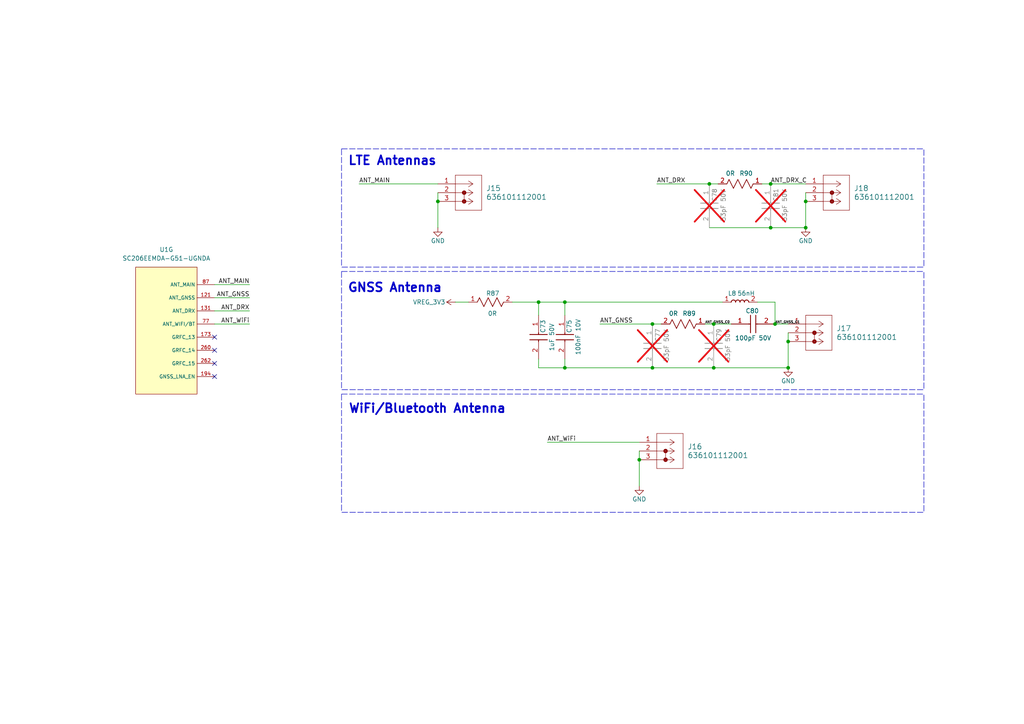
<source format=kicad_sch>
(kicad_sch (version 20250114) (generator "eeschema") (generator_version "9.0")
  (paper "A4")
  (title_block (title "Antennas") (date "2025-10-10") (rev "v1.0") (company "Author: Mehmet Cihangir") (comment 1 "CamTracker"))
  (lib_symbols
    (symbol "000MCLib:636101112001" (pin_names (offset 0.254) (hide yes))
      (property "Reference" "J" (at -3.302 6.35 0))
      (property "Value" "636101112001" (at 0.508 -6.096 0))
      (symbol "636101112001_1_1"
        (polyline (pts (xy -3.81 5.08) (xy -3.81 -5.08)) (stroke (width 0.127)))
        (polyline (pts (xy -3.81 -5.08) (xy 3.81 -5.08)) (stroke (width 0.127)))
        (circle (center -1.27 0) (radius 0.127) (stroke (width 0.508)))
        (polyline (pts (xy -1.27 0) (xy -1.27 -2.54)) (stroke (width 0.127)))
        (circle (center -1.27 -2.54) (radius 0.127) (stroke (width 0.508)))
        (polyline (pts (xy 1.27 2.54) (xy -3.81 2.54)) (stroke (width 0.127)))
        (polyline (pts (xy 1.27 2.54) (xy 0 3.3867)) (stroke (width 0.127)))
        (polyline (pts (xy 1.27 2.54) (xy 0 1.6933)) (stroke (width 0.127)))
        (polyline (pts (xy 1.27 0) (xy -3.81 0)) (stroke (width 0.127)))
        (polyline (pts (xy 1.27 0) (xy 0 0.8467)) (stroke (width 0.127)))
        (polyline (pts (xy 1.27 0) (xy 0 -0.8467)) (stroke (width 0.127)))
        (polyline (pts (xy 1.27 -2.54) (xy -3.81 -2.54)) (stroke (width 0.127)))
        (polyline (pts (xy 1.27 -2.54) (xy 0 -1.6933)) (stroke (width 0.127)))
        (polyline (pts (xy 1.27 -2.54) (xy 0 -3.3867)) (stroke (width 0.127)))
        (polyline (pts (xy 3.81 5.08) (xy -3.81 5.08)) (stroke (width 0.127)))
        (polyline (pts (xy 3.81 -5.08) (xy 3.81 5.08)) (stroke (width 0.127)))
        (pin passive line (at -8.89 2.54 0) (length 5.08) (name "SIGNAL") (number "1"))
        (pin passive line (at -8.89 0 0) (length 5.08) (name "GND") (number "2"))
        (pin passive line (at -8.89 -2.54 0) (length 5.08) (name "GND") (number "3"))
      )
      (symbol "636101112001_1_2"
        (polyline (pts (xy 5.08 2.54) (xy 5.08 -7.62)) (stroke (width 0.127)))
        (polyline (pts (xy 5.08 -7.62) (xy 12.7 -7.62)) (stroke (width 0.127)))
        (polyline (pts (xy 6.35 -2.54) (xy 6.35 -5.08)) (stroke (width 0.127)))
        (circle (center 6.35 -2.54) (radius 0.127) (stroke (width 0.508)))
        (circle (center 6.35 -5.08) (radius 0.127) (stroke (width 0.508)))
        (polyline (pts (xy 7.62 0) (xy 5.08 0)) (stroke (width 0.127)))
        (polyline (pts (xy 7.62 0) (xy 8.89 0.8467)) (stroke (width 0.127)))
        (polyline (pts (xy 7.62 0) (xy 8.89 -0.8467)) (stroke (width 0.127)))
        (polyline (pts (xy 7.62 -2.54) (xy 5.08 -2.54)) (stroke (width 0.127)))
        (polyline (pts (xy 7.62 -2.54) (xy 8.89 -1.6933)) (stroke (width 0.127)))
        (polyline (pts (xy 7.62 -2.54) (xy 8.89 -3.3867)) (stroke (width 0.127)))
        (polyline (pts (xy 7.62 -5.08) (xy 5.08 -5.08)) (stroke (width 0.127)))
        (polyline (pts (xy 7.62 -5.08) (xy 8.89 -4.2333)) (stroke (width 0.127)))
        (polyline (pts (xy 7.62 -5.08) (xy 8.89 -5.9267)) (stroke (width 0.127)))
        (polyline (pts (xy 12.7 2.54) (xy 5.08 2.54)) (stroke (width 0.127)))
        (polyline (pts (xy 12.7 -7.62) (xy 12.7 2.54)) (stroke (width 0.127)))
        (pin unspecified line (at 0 0 0) (length 5.08) (name "SIGNAL") (number "1"))
        (pin unspecified line (at 0 -2.54 0) (length 5.08) (name "GND") (number "2"))
        (pin unspecified line (at 0 -5.08 0) (length 5.08) (name "GND") (number "3"))
      )
    )
    (symbol "000MCLib:744784156A" (pin_names (hide yes))
      (property "Reference" "L" (at -5.588 5.842 0))
      (property "Value" "56nH" (at -5.588 3.302 0))
      (symbol "744784156A_1_1"
        (arc (start -2.54 0) (mid -1.905 0.6103) (end -1.27 0) (stroke (width 0.254)))
        (arc (start -1.27 0) (mid -0.635 0.6103) (end 0 0) (stroke (width 0.254)))
        (arc (start 0 0) (mid 0.635 0.6103) (end 1.27 0) (stroke (width 0.254)))
        (arc (start 1.27 0) (mid 1.905 0.6103) (end 2.54 0) (stroke (width 0.254)))
        (pin passive line (at -5.08 0 0) (length 2.54) (name "1") (number "1"))
        (pin passive line (at 5.08 0 180) (length 2.54) (name "2") (number "2"))
      )
    )
    (symbol "000MCLib:CRCW08050000Z0EA" (pin_names (hide yes))
      (property "Reference" "R130" (at -1.778 -3.302 0))
      (property "Value" "0R" (at 2.794 -3.302 0))
      (symbol "CRCW08050000Z0EA_1_1"
        (polyline (pts (xy -3.81 0) (xy -3.175 1.27)) (stroke (width 0.2032)))
        (polyline (pts (xy -3.175 1.27) (xy -1.905 -1.27)) (stroke (width 0.2032)))
        (polyline (pts (xy -1.905 -1.27) (xy -0.635 1.27)) (stroke (width 0.2032)))
        (polyline (pts (xy -0.635 1.27) (xy 0.635 -1.27)) (stroke (width 0.2032)))
        (polyline (pts (xy 0.635 -1.27) (xy 1.905 1.27)) (stroke (width 0.2032)))
        (polyline (pts (xy 1.905 1.27) (xy 3.175 -1.27)) (stroke (width 0.2032)))
        (polyline (pts (xy 3.175 -1.27) (xy 3.81 0)) (stroke (width 0.2032)))
        (pin passive line (at -6.35 0 0) (length 2.54) (name "") (number "2"))
        (pin passive line (at 6.35 0 180) (length 2.54) (name "") (number "1"))
      )
    )
    (symbol "000MCLib:GRM1555C1H101JA01J" (pin_names (hide yes))
      (property "Reference" "C" (at -0.508 4.826 0))
      (property "Value" "100pF 50V" (at -4.318 -3.048 0))
      (symbol "GRM1555C1H101JA01J_1_1"
        (polyline (pts (xy -1.27 0) (xy -0.762 0)) (stroke (width 0.254)))
        (polyline (pts (xy -0.762 2.54) (xy -0.762 -2.54)) (stroke (width 0.254)))
        (polyline (pts (xy 0.762 2.54) (xy 0.762 -2.54)) (stroke (width 0.254)))
        (polyline (pts (xy 0.762 0) (xy 1.27 0)) (stroke (width 0.254)))
        (pin passive line (at -6.35 0 0) (length 5.08) (name "1") (number "1"))
        (pin passive line (at 6.35 0 180) (length 5.08) (name "2") (number "2"))
      )
    )
    (symbol "000MCLib:GRM1555C1H330JA01D" (pin_names (hide yes))
      (property "Reference" "C" (at -0.508 4.826 0))
      (property "Value" "33pF 50V" (at -4.318 -3.048 0))
      (symbol "GRM1555C1H330JA01D_1_1"
        (polyline (pts (xy -1.27 0) (xy -0.762 0)) (stroke (width 0.254)))
        (polyline (pts (xy -0.762 2.54) (xy -0.762 -2.54)) (stroke (width 0.254)))
        (polyline (pts (xy 0.762 2.54) (xy 0.762 -2.54)) (stroke (width 0.254)))
        (polyline (pts (xy 0.762 0) (xy 1.27 0)) (stroke (width 0.254)))
        (pin passive line (at -6.35 0 0) (length 5.08) (name "1") (number "1"))
        (pin passive line (at 6.35 0 180) (length 5.08) (name "2") (number "2"))
      )
    )
    (symbol "000MCLib:GRM155R61H105KE05D" (pin_names (hide yes))
      (property "Reference" "C" (at -0.762 4.572 0))
      (property "Value" "1uF 50V" (at -4.064 -2.794 0))
      (symbol "GRM155R61H105KE05D_1_1"
        (polyline (pts (xy -1.27 0) (xy -0.762 0)) (stroke (width 0.254)))
        (polyline (pts (xy -0.762 2.54) (xy -0.762 -2.54)) (stroke (width 0.254)))
        (polyline (pts (xy 0.762 2.54) (xy 0.762 -2.54)) (stroke (width 0.254)))
        (polyline (pts (xy 0.762 0) (xy 1.27 0)) (stroke (width 0.254)))
        (pin passive line (at -6.35 0 0) (length 5.08) (name "1") (number "1"))
        (pin passive line (at 6.35 0 180) (length 5.08) (name "2") (number "2"))
      )
    )
    (symbol "000MCLib:GRM155R71A104KA01D" (pin_names (hide yes))
      (property "Reference" "C" (at -1.016 4.318 0))
      (property "Value" "100nF 10V" (at -4.826 -3.048 0))
      (symbol "GRM155R71A104KA01D_1_1"
        (polyline (pts (xy -1.27 0) (xy -0.762 0)) (stroke (width 0.254)))
        (polyline (pts (xy -0.762 2.54) (xy -0.762 -2.54)) (stroke (width 0.254)))
        (polyline (pts (xy 0.762 2.54) (xy 0.762 -2.54)) (stroke (width 0.254)))
        (polyline (pts (xy 0.762 0) (xy 1.27 0)) (stroke (width 0.254)))
        (pin passive line (at -6.35 0 0) (length 5.08) (name "1") (number "1"))
        (pin passive line (at 6.35 0 180) (length 5.08) (name "2") (number "2"))
      )
    )
    (symbol "000MCLib:RC0402JR-070RL" (pin_names (offset 0.254))
      (property "Reference" "R" (at 0 3.302 0))
      (property "Value" "0R" (at 0 -3.81 0))
      (symbol "RC0402JR-070RL_1_1"
        (polyline (pts (xy -3.81 0) (xy -3.175 1.27)) (stroke (width 0.2032)))
        (polyline (pts (xy -3.175 1.27) (xy -1.905 -1.27)) (stroke (width 0.2032)))
        (polyline (pts (xy -1.905 -1.27) (xy -0.635 1.27)) (stroke (width 0.2032)))
        (polyline (pts (xy -0.635 1.27) (xy 0.635 -1.27)) (stroke (width 0.2032)))
        (polyline (pts (xy 0.635 -1.27) (xy 1.905 1.27)) (stroke (width 0.2032)))
        (polyline (pts (xy 1.905 1.27) (xy 3.175 -1.27)) (stroke (width 0.2032)))
        (polyline (pts (xy 3.175 -1.27) (xy 3.81 0)) (stroke (width 0.2032)))
        (pin passive line (at -6.35 0 0) (length 2.54) (name "") (number "2"))
        (pin passive line (at 6.35 0 180) (length 2.54) (name "") (number "1"))
      )
      (symbol "RC0402JR-070RL_1_2"
        (polyline (pts (xy -1.27 8.255) (xy 1.27 9.525)) (stroke (width 0.2032)))
        (polyline (pts (xy -1.27 5.715) (xy 1.27 6.985)) (stroke (width 0.2032)))
        (polyline (pts (xy -1.27 3.175) (xy 1.27 4.445)) (stroke (width 0.2032)))
        (polyline (pts (xy 0 2.54) (xy -1.27 3.175)) (stroke (width 0.2032)))
        (polyline (pts (xy 1.27 9.525) (xy 0 10.16)) (stroke (width 0.2032)))
        (polyline (pts (xy 1.27 6.985) (xy -1.27 8.255)) (stroke (width 0.2032)))
        (polyline (pts (xy 1.27 4.445) (xy -1.27 5.715)) (stroke (width 0.2032)))
        (pin unspecified line (at 0 12.7 270) (length 2.54) (name "") (number "1"))
        (pin unspecified line (at 0 0 90) (length 2.54) (name "") (number "2"))
      )
    )
    (symbol "000MCLib:SC200E"
      (property "Reference" "U" (at -34.544 72.644 0))
      (property "Value" "SC200E/SC206E" (at 39.116 -77.089 0))
      (symbol "SC200E_1_0"
        (unit_name "Power")
        (pin passive line (at -40.64 64.77 0) (length 5.08) (name "GND") (number "3"))
        (pin passive line (at -40.64 62.23 0) (length 5.08) (name "GND") (number "7"))
        (pin passive line (at -40.64 59.69 0) (length 5.08) (name "GND") (number "12"))
        (pin passive line (at -40.64 57.15 0) (length 5.08) (name "GND") (number "15"))
        (pin passive line (at -40.64 54.61 0) (length 5.08) (name "GND") (number "27"))
        (pin passive line (at -40.64 52.07 0) (length 5.08) (name "GND") (number "51"))
        (pin passive line (at -40.64 49.53 0) (length 5.08) (name "GND") (number "62"))
        (pin passive line (at -40.64 46.99 0) (length 5.08) (name "GND") (number "69"))
        (pin passive line (at -40.64 44.45 0) (length 5.08) (name "GND") (number "76"))
        (pin passive line (at -40.64 41.91 0) (length 5.08) (name "GND") (number "78"))
        (pin passive line (at -40.64 39.37 0) (length 5.08) (name "GND") (number "85"))
        (pin passive line (at -40.64 36.83 0) (length 5.08) (name "GND") (number "86"))
        (pin passive line (at -40.64 34.29 0) (length 5.08) (name "GND") (number "88"))
        (pin passive line (at -40.64 31.75 0) (length 5.08) (name "GND") (number "89"))
        (pin passive line (at -40.64 29.21 0) (length 5.08) (name "GND") (number "120"))
        (pin passive line (at -40.64 26.67 0) (length 5.08) (name "GND") (number "122"))
        (pin passive line (at -40.64 24.13 0) (length 5.08) (name "GND") (number "130"))
        (pin passive line (at -40.64 21.59 0) (length 5.08) (name "GND") (number "132"))
        (pin passive line (at -40.64 19.05 0) (length 5.08) (name "GND") (number "135"))
        (pin passive line (at -40.64 16.51 0) (length 5.08) (name "GND") (number "140"))
        (pin passive line (at -40.64 13.97 0) (length 5.08) (name "GND") (number "143"))
        (pin passive line (at -40.64 11.43 0) (length 5.08) (name "GND") (number "144"))
        (pin passive line (at -40.64 8.89 0) (length 5.08) (name "GND") (number "162"))
        (pin passive line (at -40.64 6.35 0) (length 5.08) (name "GND") (number "171"))
        (pin passive line (at -40.64 3.81 0) (length 5.08) (name "GND") (number "172"))
        (pin passive line (at -40.64 1.27 0) (length 5.08) (name "GND") (number "176"))
        (pin passive line (at -40.64 -1.27 0) (length 5.08) (name "GND") (number "187"))
        (pin passive line (at -40.64 -3.81 0) (length 5.08) (name "GND") (number "188"))
        (pin passive line (at -40.64 -6.35 0) (length 5.08) (name "GND") (number "189"))
        (pin passive line (at -40.64 -8.89 0) (length 5.08) (name "GND") (number "190"))
        (pin passive line (at -40.64 -11.43 0) (length 5.08) (name "GND") (number "191"))
        (pin passive line (at -40.64 -13.97 0) (length 5.08) (name "GND") (number "202"))
        (pin passive line (at -40.64 -16.51 0) (length 5.08) (name "GND") (number "203"))
        (pin passive line (at -40.64 -19.05 0) (length 5.08) (name "GND") (number "204"))
        (pin passive line (at -40.64 -21.59 0) (length 5.08) (name "GND") (number "206"))
        (pin passive line (at -40.64 -24.13 0) (length 5.08) (name "GND") (number "207"))
        (pin passive line (at -40.64 -26.67 0) (length 5.08) (name "GND") (number "208"))
        (pin passive line (at -40.64 -29.21 0) (length 5.08) (name "GND") (number "209"))
        (pin passive line (at -40.64 -31.75 0) (length 5.08) (name "GND") (number "210"))
        (pin passive line (at -40.64 -34.29 0) (length 5.08) (name "GND") (number "211"))
        (pin passive line (at -40.64 -36.83 0) (length 5.08) (name "GND") (number "212"))
        (pin passive line (at -40.64 -39.37 0) (length 5.08) (name "GND") (number "213"))
        (pin passive line (at -40.64 -41.91 0) (length 5.08) (name "GND") (number "214"))
        (pin passive line (at -40.64 -44.45 0) (length 5.08) (name "GND") (number "215"))
        (pin passive line (at -40.64 -46.99 0) (length 5.08) (name "GND") (number "216"))
        (pin passive line (at -40.64 -49.53 0) (length 5.08) (name "GND") (number "217"))
        (pin passive line (at -40.64 -52.07 0) (length 5.08) (name "GND") (number "218"))
        (pin passive line (at -40.64 -54.61 0) (length 5.08) (name "GND") (number "219"))
        (pin passive line (at -40.64 -57.15 0) (length 5.08) (name "GND") (number "220"))
        (pin passive line (at -40.64 -59.69 0) (length 5.08) (name "GND") (number "221"))
        (pin passive line (at -40.64 -62.23 0) (length 5.08) (name "GND") (number "222"))
        (pin passive line (at -40.64 -64.77 0) (length 5.08) (name "GND") (number "223"))
        (pin passive line (at -40.64 -67.31 0) (length 5.08) (name "GND") (number "224"))
        (pin passive line (at -25.4 -76.2 90) (length 5.08) (name "RESERVED") (number "16"))
        (pin passive line (at -21.59 -76.2 90) (length 5.08) (name "RESERVED") (number "167"))
        (pin passive line (at -17.78 -76.2 90) (length 5.08) (name "RESERVED") (number "168"))
        (pin passive line (at -13.97 -76.2 90) (length 5.08) (name "RESERVED") (number "169"))
        (pin passive line (at -10.16 -76.2 90) (length 5.08) (name "RESERVED") (number "170"))
        (pin passive line (at -6.35 -76.2 90) (length 5.08) (name "RESERVED") (number "174"))
        (pin passive line (at -2.54 -76.2 90) (length 5.08) (name "RESERVED") (number "175"))
        (pin passive line (at 1.27 -76.2 90) (length 5.08) (name "RESERVED") (number "178"))
        (pin passive line (at 5.08 -76.2 90) (length 5.08) (name "RESERVED") (number "179"))
        (pin passive line (at 8.89 -76.2 90) (length 5.08) (name "RESERVED") (number "193"))
        (pin passive line (at 12.7 -76.2 90) (length 5.08) (name "RESERVED") (number "232"))
        (pin passive line (at 16.51 -76.2 90) (length 5.08) (name "RESERVED") (number "242"))
        (pin passive line (at 20.32 -76.2 90) (length 5.08) (name "RESERVED") (number "257"))
        (pin passive line (at 24.13 -76.2 90) (length 5.08) (name "RESERVED") (number "263"))
        (pin power_in line (at 39.37 64.77 180) (length 5.08) (name "VBAT") (number "1"))
        (pin power_in line (at 39.37 62.23 180) (length 5.08) (name "VBAT") (number "2"))
        (pin power_in line (at 39.37 59.69 180) (length 5.08) (name "VBAT") (number "145"))
        (pin power_in line (at 39.37 57.15 180) (length 5.08) (name "VBAT") (number "146"))
        (pin power_out line (at 39.37 52.07 180) (length 5.08) (name "LDO15A_1V8") (number "111"))
        (pin power_out line (at 39.37 49.53 180) (length 5.08) (name "LDO_IOVDD") (number "125"))
        (pin power_in line (at 39.37 46.99 180) (length 5.08) (name "VRTC") (number "126"))
        (pin power_out line (at 39.37 44.45 180) (length 5.08) (name "VDD_2V8") (number "129"))
        (pin power_out line (at 39.37 41.91 180) (length 5.08) (name "LDO17A_3V0") (number "156"))
        (pin power_out line (at 39.37 39.37 180) (length 5.08) (name "VPH_PWR") (number "184"))
        (pin passive line (at 39.37 34.29 180) (length 5.08) (name "BAT_P") (number "133"))
        (pin input line (at 39.37 31.75 180) (length 5.08) (name "BATH_THERM") (number "134"))
        (pin passive line (at 39.37 29.21 180) (length 5.08) (name "BAT_M") (number "183"))
        (pin input line (at 39.37 26.67 180) (length 5.08) (name "BAT_ID") (number "185"))
        (pin passive line (at 39.37 21.59 180) (length 5.08) (name "CBL_PWR_N") (number "186"))
        (pin passive line (at 39.37 15.24 180) (length 5.08) (name "GND") (number "274"))
        (pin passive line (at 39.37 12.7 180) (length 5.08) (name "GND") (number "273"))
        (pin passive line (at 39.37 10.16 180) (length 5.08) (name "GND") (number "272"))
        (pin passive line (at 39.37 7.62 180) (length 5.08) (name "GND") (number "271"))
        (pin passive line (at 39.37 5.08 180) (length 5.08) (name "GND") (number "269"))
        (pin passive line (at 39.37 2.54 180) (length 5.08) (name "GND") (number "268"))
        (pin passive line (at 39.37 0 180) (length 5.08) (name "GND") (number "266"))
        (pin passive line (at 39.37 -2.54 180) (length 5.08) (name "GND") (number "261"))
        (pin passive line (at 39.37 -5.08 180) (length 5.08) (name "GND") (number "259"))
        (pin passive line (at 39.37 -7.62 180) (length 5.08) (name "GND") (number "258"))
        (pin passive line (at 39.37 -10.16 180) (length 5.08) (name "GND") (number "256"))
        (pin passive line (at 39.37 -12.7 180) (length 5.08) (name "GND") (number "255"))
        (pin passive line (at 39.37 -15.24 180) (length 5.08) (name "GND") (number "251"))
        (pin passive line (at 39.37 -17.78 180) (length 5.08) (name "GND") (number "250"))
        (pin passive line (at 39.37 -20.32 180) (length 5.08) (name "GND") (number "248"))
        (pin passive line (at 39.37 -22.86 180) (length 5.08) (name "GND") (number "247"))
        (pin passive line (at 39.37 -25.4 180) (length 5.08) (name "GND") (number "245"))
        (pin passive line (at 39.37 -27.94 180) (length 5.08) (name "GND") (number "244"))
        (pin passive line (at 39.37 -30.48 180) (length 5.08) (name "GND") (number "243"))
        (pin passive line (at 39.37 -33.02 180) (length 5.08) (name "GND") (number "241"))
        (pin passive line (at 39.37 -35.56 180) (length 5.08) (name "GND") (number "240"))
        (pin passive line (at 39.37 -38.1 180) (length 5.08) (name "GND") (number "238"))
        (pin passive line (at 39.37 -40.64 180) (length 5.08) (name "GND") (number "237"))
        (pin passive line (at 39.37 -43.18 180) (length 5.08) (name "GND") (number "236"))
        (pin passive line (at 39.37 -45.72 180) (length 5.08) (name "GND") (number "235"))
        (pin passive line (at 39.37 -48.26 180) (length 5.08) (name "GND") (number "234"))
        (pin passive line (at 39.37 -50.8 180) (length 5.08) (name "GND") (number "233"))
        (pin passive line (at 39.37 -53.34 180) (length 5.08) (name "GND") (number "231"))
        (pin passive line (at 39.37 -55.88 180) (length 5.08) (name "GND") (number "230"))
        (pin passive line (at 39.37 -58.42 180) (length 5.08) (name "GND") (number "229"))
        (pin passive line (at 39.37 -60.96 180) (length 5.08) (name "GND") (number "228"))
        (pin passive line (at 39.37 -63.5 180) (length 5.08) (name "GND") (number "227"))
        (pin passive line (at 39.37 -66.04 180) (length 5.08) (name "GND") (number "226"))
      )
      (symbol "SC200E_1_1"
        (unit_name "Power")
        (rectangle (start -35.56 69.85) (end 34.29 -71.12) (fill (type background)))
      )
      (symbol "SC200E_2_1"
        (unit_name "Display")
        (rectangle (start -10.16 36.83) (end 7.62 -34.29) (fill (type background)))
        (pin passive line (at 12.7 31.75 180) (length 5.08) (name "LCD_RST") (number "49"))
        (pin passive line (at 12.7 27.94 180) (length 5.08) (name "LCD_TE") (number "50"))
        (pin passive line (at 12.7 24.13 180) (length 5.08) (name "DSI_CLK_N") (number "52"))
        (pin passive line (at 12.7 20.32 180) (length 5.08) (name "DSI_CLK_P") (number "53"))
        (pin passive line (at 12.7 16.51 180) (length 5.08) (name "DSI_LN0_N") (number "54"))
        (pin passive line (at 12.7 12.7 180) (length 5.08) (name "DSI_LN0_P") (number "55"))
        (pin passive line (at 12.7 8.89 180) (length 5.08) (name "DSI_LN1_N") (number "56"))
        (pin passive line (at 12.7 5.08 180) (length 5.08) (name "DSI_LN1_P") (number "57"))
        (pin passive line (at 12.7 1.27 180) (length 5.08) (name "DSI_LN2_N") (number "58"))
        (pin passive line (at 12.7 -2.54 180) (length 5.08) (name "DSI_LN2_P") (number "59"))
        (pin passive line (at 12.7 -6.35 180) (length 5.08) (name "DSI_LN3_N") (number "60"))
        (pin passive line (at 12.7 -10.16 180) (length 5.08) (name "DSI_LN3_P") (number "61"))
        (pin passive line (at 12.7 -13.97 180) (length 5.08) (name "TP_RST") (number "31"))
        (pin passive line (at 12.7 -17.78 180) (length 5.08) (name "TP_INT") (number "30"))
        (pin passive line (at 12.7 -21.59 180) (length 5.08) (name "TP_I2C_SCL") (number "47"))
        (pin passive line (at 12.7 -25.4 180) (length 5.08) (name "TP_I2C_SDA") (number "48"))
        (pin passive line (at 12.7 -29.21 180) (length 5.08) (name "DSI_PWM") (number "29"))
      )
      (symbol "SC200E_3_0"
        (unit_name "Cameras")
        (pin passive line (at 16.51 69.85 180) (length 5.08) (name "CSI0_CLK_N") (number "157"))
        (pin passive line (at 16.51 66.04 180) (length 5.08) (name "CSI0_CLK_P") (number "196"))
        (pin passive line (at 16.51 59.69 180) (length 5.08) (name "CSI0_LN0_N") (number "158"))
        (pin passive line (at 16.51 55.88 180) (length 5.08) (name "CSI0_LN0_P") (number "197"))
        (pin passive line (at 16.51 49.53 180) (length 5.08) (name "CSI0_LN1_N") (number "159"))
        (pin passive line (at 16.51 45.72 180) (length 5.08) (name "CSI0_LN1_P") (number "198"))
        (pin passive line (at 16.51 39.37 180) (length 5.08) (name "CSI0_LN2_N") (number "160"))
        (pin passive line (at 16.51 35.56 180) (length 5.08) (name "CSI0_LN2_P") (number "199"))
        (pin passive line (at 16.51 29.21 180) (length 5.08) (name "CSI0_LN3_N") (number "161"))
        (pin passive line (at 16.51 25.4 180) (length 5.08) (name "CSI0_LN3_P") (number "200"))
        (pin passive line (at 16.51 19.05 180) (length 5.08) (name "CAM0_I2C_SCL") (number "83"))
        (pin passive line (at 16.51 15.24 180) (length 5.08) (name "CAM0_I2C_SDA") (number "84"))
        (pin passive line (at 16.51 11.43 180) (length 5.08) (name "CAM0_PWDN") (number "80"))
        (pin passive line (at 16.51 7.62 180) (length 5.08) (name "CAM0_MCLK") (number "74"))
        (pin passive line (at 16.51 3.81 180) (length 5.08) (name "CAM0_RST") (number "79"))
        (pin passive line (at 16.51 -5.08 180) (length 5.08) (name "CSI1_CLK_N") (number "63"))
        (pin passive line (at 16.51 -8.89 180) (length 5.08) (name "CSI1_CLK_P") (number "64"))
        (pin passive line (at 16.51 -15.24 180) (length 5.08) (name "CSI1_LN0_N") (number "65"))
        (pin passive line (at 16.51 -19.05 180) (length 5.08) (name "CSI1_LN0_P") (number "66"))
        (pin passive line (at 16.51 -25.4 180) (length 5.08) (name "CSI1_LN1_N") (number "67"))
        (pin passive line (at 16.51 -29.21 180) (length 5.08) (name "CSI1_LN1_P") (number "68"))
        (pin passive line (at 16.51 -35.56 180) (length 5.08) (name "CSI1_LN2_N") (number "72"))
        (pin passive line (at 16.51 -39.37 180) (length 5.08) (name "CSI1_LN2_P") (number "73"))
        (pin passive line (at 16.51 -45.72 180) (length 5.08) (name "CSI1_LN3_N") (number "70"))
        (pin passive line (at 16.51 -49.53 180) (length 5.08) (name "CSI1_LN3_P") (number "71"))
        (pin passive line (at 16.51 -55.88 180) (length 5.08) (name "CAM1_I2C_SCL") (number "166"))
        (pin passive line (at 16.51 -59.69 180) (length 5.08) (name "CAM1_I2C_SDA") (number "205"))
        (pin passive line (at 16.51 -63.5 180) (length 5.08) (name "CAM1_PWDN") (number "82"))
        (pin passive line (at 16.51 -67.31 180) (length 5.08) (name "CAM1_MCLK") (number "75"))
        (pin passive line (at 16.51 -71.12 180) (length 5.08) (name "CAM1_RST") (number "81"))
        (pin passive line (at 16.51 -80.01 180) (length 5.08) (name "CAM2_PWDN") (number "163"))
        (pin passive line (at 16.51 -83.82 180) (length 5.08) (name "CAM2_RST") (number "164"))
        (pin passive line (at 16.51 -87.63 180) (length 5.08) (name "CAM2_MCLK") (number "165"))
      )
      (symbol "SC200E_3_1"
        (unit_name "Cameras")
        (rectangle (start -13.97 74.295) (end 11.43 -92.71) (fill (type background)))
      )
      (symbol "SC200E_4_0"
        (unit_name "Interfaces")
        (pin passive line (at 15.24 86.36 180) (length 5.08) (name "FLASH_LED") (number "180"))
        (pin passive line (at 15.24 82.55 180) (length 5.08) (name "CHG_LED") (number "195"))
        (pin passive line (at 15.24 77.47 180) (length 5.08) (name "VOL_UP") (number "95"))
        (pin passive line (at 15.24 73.66 180) (length 5.08) (name "VOL_DOWN") (number "96"))
        (pin passive line (at 15.24 69.85 180) (length 5.08) (name "PWRKEY") (number "114"))
        (pin passive line (at 15.24 66.04 180) (length 5.08) (name "RESET_N") (number "225"))
      )
      (symbol "SC200E_4_1"
        (unit_name "Interfaces")
        (rectangle (start -22.86 90.17) (end 10.16 -88.9) (fill (type background)))
        (rectangle (start -22.86 80.01) (end 10.16 63.5))
        (rectangle (start 10.16 63.5) (end -22.86 54.61))
        (rectangle (start 10.16 54.61) (end -22.86 49.53))
        (rectangle (start 10.16 49.53) (end -22.86 44.45))
        (text "ADC" (at -20.574 53.086 0) (effects (font (size 1.27 1.27))))
        (text "Sensor " (at -18.796 62.23 0) (effects (font (size 1.27 1.27))))
        (text "Keypad " (at -18.542 78.486 0) (effects (font (size 1.27 1.27))))
        (text "GPIO/SPI/I2C" (at -15.748 42.418 0) (effects (font (size 1.27 1.27))))
        (text "Vibration Driver" (at -14.986 48.006 0) (effects (font (size 1.27 1.27))))
        (text "Flash & Indication " (at -13.208 88.9 0) (effects (font (size 1.27 1.27))))
        (pin passive line (at 15.24 60.96 180) (length 5.08) (name "SENSOR_I2C_SCL") (number "91"))
        (pin passive line (at 15.24 57.15 180) (length 5.08) (name "SENSOR_I2C_SDA") (number "92"))
        (pin passive line (at 15.24 52.07 180) (length 5.08) (name "ADC") (number "128"))
        (pin passive line (at 15.24 46.99 180) (length 5.08) (name "VIB_DRV_P") (number "28"))
        (pin passive line (at 15.24 41.91 180) (length 5.08) (name "GPIO_28") (number "33"))
        (pin passive line (at 15.24 38.1 180) (length 5.08) (name "GPIO_31") (number "97"))
        (pin passive line (at 15.24 34.29 180) (length 5.08) (name "GPIO_32") (number "99"))
        (pin passive line (at 15.24 30.48 180) (length 5.08) (name "GPIO_33") (number "108"))
        (pin passive line (at 15.24 26.67 180) (length 5.08) (name "GPIO_34") (number "109"))
        (pin passive line (at 15.24 22.86 180) (length 5.08) (name "GPIO_35") (number "107"))
        (pin passive line (at 15.24 19.05 180) (length 5.08) (name "GPIO_36") (number "110"))
        (pin passive line (at 15.24 15.24 180) (length 5.08) (name "GPIO_55") (number "100"))
        (pin passive line (at 15.24 11.43 180) (length 5.08) (name "GPIO_56") (number "106"))
        (pin passive line (at 15.24 7.62 180) (length 5.08) (name "GPIO_57") (number "112"))
        (pin passive line (at 15.24 3.81 180) (length 5.08) (name "GPIO_58") (number "113"))
        (pin passive line (at 15.24 0 180) (length 5.08) (name "GPIO_60") (number "123"))
        (pin passive line (at 15.24 -3.81 180) (length 5.08) (name "GPIO_86") (number "182"))
        (pin passive line (at 15.24 -7.62 180) (length 5.08) (name "GPIO_112") (number "177"))
        (pin passive line (at 15.24 -11.43 180) (length 5.08) (name "GPIO_111") (number "267"))
        (pin passive line (at 15.24 -15.24 180) (length 5.08) (name "GPIO_98") (number "265"))
        (pin passive line (at 15.24 -19.05 180) (length 5.08) (name "GPIO_99") (number "105"))
        (pin passive line (at 15.24 -22.86 180) (length 5.08) (name "REAR_CAM_EN/GPIO_100") (number "264"))
        (pin passive line (at 15.24 -26.67 180) (length 5.08) (name "FRONT_CAM_EN/GPIO_101") (number "239"))
        (pin passive line (at 15.24 -30.48 180) (length 5.08) (name "GPIO_102") (number "104"))
        (pin passive line (at 15.24 -34.29 180) (length 5.08) (name "GPIO_103") (number "103"))
        (pin passive line (at 15.24 -38.1 180) (length 5.08) (name "GPIO_104") (number "101"))
        (pin passive line (at 15.24 -41.91 180) (length 5.08) (name "GPIO_105") (number "102"))
        (pin passive line (at 15.24 -45.72 180) (length 5.08) (name "GPIO_106") (number "90"))
        (pin passive line (at 15.24 -49.53 180) (length 5.08) (name "GPIO_107") (number "98"))
        (pin passive line (at 15.24 -53.34 180) (length 5.08) (name "SPI_MISO/GPIO_14") (number "118"))
        (pin passive line (at 15.24 -57.15 180) (length 5.08) (name "SPI_MOSI/GPIO_15") (number "119"))
        (pin passive line (at 15.24 -60.96 180) (length 5.08) (name "SPI_CLK/GPIO_16") (number "116"))
        (pin passive line (at 15.24 -64.77 180) (length 5.08) (name "SPI_CS_N/GPIO_17") (number "117"))
        (pin passive line (at 15.24 -68.58 180) (length 5.08) (name "PMU_GPIO03") (number "124"))
        (pin passive line (at 15.24 -72.39 180) (length 5.08) (name "PMU_GPIO04") (number "115"))
        (pin passive line (at 15.24 -76.2 180) (length 5.08) (name "PMU_GPIO08") (number "127"))
        (pin passive line (at 15.24 -80.01 180) (length 5.08) (name "PMU_GPIO07") (number "201"))
        (pin passive line (at 15.24 -83.82 180) (length 5.08) (name "NFC_CLK") (number "181"))
      )
      (symbol "SC200E_5_1"
        (unit_name "USB_UARTs")
        (rectangle (start -11.43 50.8) (end 10.16 -49.53) (fill (type background)))
        (pin passive line (at 15.24 48.26 180) (length 5.08) (name "USB_BOOT") (number "46"))
        (pin passive line (at 15.24 44.45 180) (length 5.08) (name "USB_VBUS") (number "141"))
        (pin passive line (at 15.24 40.64 180) (length 5.08) (name "USB_VBUS") (number "142"))
        (pin passive line (at 15.24 36.83 180) (length 5.08) (name "USB_CC1") (number "249"))
        (pin passive line (at 15.24 33.02 180) (length 5.08) (name "USB_CC2") (number "246"))
        (pin passive line (at 15.24 29.21 180) (length 5.08) (name "USB_DM") (number "13"))
        (pin passive line (at 15.24 25.4 180) (length 5.08) (name "USB_DP") (number "14"))
        (pin passive line (at 15.24 21.59 180) (length 5.08) (name "USB_SS1_RX_P") (number "252"))
        (pin passive line (at 15.24 17.78 180) (length 5.08) (name "USB_SS1_RX_M") (number "270"))
        (pin passive line (at 15.24 13.97 180) (length 5.08) (name "USB_SS1_TX_P") (number "254"))
        (pin passive line (at 15.24 10.16 180) (length 5.08) (name "USB_SS1_TX_M") (number "253"))
        (pin passive line (at 15.24 6.35 180) (length 5.08) (name "USB_SS2_RX_P") (number "152"))
        (pin passive line (at 15.24 2.54 180) (length 5.08) (name "USB_SS2_RX_M") (number "192"))
        (pin passive line (at 15.24 -1.27 180) (length 5.08) (name "USB_SS2_TX_P") (number "150"))
        (pin passive line (at 15.24 -5.08 180) (length 5.08) (name "USB_SS2_TX_M") (number "151"))
        (pin passive line (at 15.24 -12.7 180) (length 5.08) (name "UART0_TXD/GPIO_2") (number "34"))
        (pin passive line (at 15.24 -15.24 180) (length 5.08) (name "UART0_RXD/GPIO_3") (number "35"))
        (pin passive line (at 15.24 -17.78 180) (length 5.08) (name "UART0_CTS/I2C_SDA") (number "36"))
        (pin passive line (at 15.24 -20.32 180) (length 5.08) (name "UART0_RTS/I2C_SCL") (number "37"))
        (pin passive line (at 15.24 -33.02 180) (length 5.08) (name "UART1_TXD") (number "154"))
        (pin passive line (at 15.24 -35.56 180) (length 5.08) (name "UART1_RXD") (number "153"))
        (pin passive line (at 15.24 -44.45 180) (length 5.08) (name "DBG_UART4_TXD") (number "94"))
        (pin passive line (at 15.24 -46.99 180) (length 5.08) (name "DBG_UART4_RXD") (number "93"))
      )
      (symbol "SC200E_6_1"
        (unit_name "SIM_SD_Cards")
        (rectangle (start -10.16 43.18) (end 10.16 -56.515) (fill (type background)))
        (pin passive line (at 15.24 39.37 180) (length 5.08) (name "USIM1_DET") (number "22"))
        (pin passive line (at 15.24 34.29 180) (length 5.08) (name "USIM1_RST") (number "23"))
        (pin passive line (at 15.24 29.21 180) (length 5.08) (name "USIM1_CLK") (number "24"))
        (pin passive line (at 15.24 24.13 180) (length 5.08) (name "USIM1_DATA") (number "25"))
        (pin passive line (at 15.24 19.05 180) (length 5.08) (name "USIM1_VDD") (number "26"))
        (pin passive line (at 15.24 11.43 180) (length 5.08) (name "USIM2_DET") (number "17"))
        (pin passive line (at 15.24 6.35 180) (length 5.08) (name "USIM2_RST") (number "18"))
        (pin passive line (at 15.24 1.27 180) (length 5.08) (name "USIM2_CLK") (number "19"))
        (pin passive line (at 15.24 -3.81 180) (length 5.08) (name "USIM2_DATA") (number "20"))
        (pin passive line (at 15.24 -8.89 180) (length 5.08) (name "USIM2_VDD") (number "21"))
        (pin power_out line (at 15.24 -21.59 180) (length 5.08) (name "SD_LDO4") (number "32"))
        (pin power_out line (at 15.24 -25.4 180) (length 5.08) (name "SD_LDO21") (number "38"))
        (pin passive line (at 15.24 -29.21 180) (length 5.08) (name "SD_CLK") (number "39"))
        (pin passive line (at 15.24 -33.02 180) (length 5.08) (name "SD_CMD") (number "40"))
        (pin passive line (at 15.24 -36.83 180) (length 5.08) (name "SD_DATA0") (number "41"))
        (pin passive line (at 15.24 -40.64 180) (length 5.08) (name "SD_DATA1") (number "42"))
        (pin passive line (at 15.24 -44.45 180) (length 5.08) (name "SD_DATA2") (number "43"))
        (pin passive line (at 15.24 -48.26 180) (length 5.08) (name "SD_DATA3") (number "44"))
        (pin passive line (at 15.24 -52.07 180) (length 5.08) (name "SD_DET") (number "45"))
      )
      (symbol "SC200E_7_1"
        (unit_name "Antennas")
        (rectangle (start -8.89 19.05) (end 8.89 -17.78) (fill (type background)))
        (pin passive line (at 13.97 13.97 180) (length 5.08) (name "ANT_MAIN") (number "87"))
        (pin passive line (at 13.97 10.16 180) (length 5.08) (name "ANT_GNSS") (number "121"))
        (pin passive line (at 13.97 6.35 180) (length 5.08) (name "ANT_DRX") (number "131"))
        (pin passive line (at 13.97 2.54 180) (length 5.08) (name "ANT_WIFI/BT") (number "77"))
        (pin passive line (at 13.97 -1.27 180) (length 5.08) (name "GRFC_13") (number "173"))
        (pin passive line (at 13.97 -5.08 180) (length 5.08) (name "GRFC_14") (number "260"))
        (pin passive line (at 13.97 -8.89 180) (length 5.08) (name "GRFC_15") (number "262"))
        (pin passive line (at 13.97 -12.7 180) (length 5.08) (name "GNSS_LNA_EN") (number "194"))
      )
      (symbol "SC200E_8_1"
        (unit_name "Audio")
        (rectangle (start -8.89 31.75) (end 8.89 -31.75) (fill (type background)))
        (pin passive line (at 13.97 26.67 180) (length 5.08) (name "MIC_BIAS1") (number "147"))
        (pin passive line (at 13.97 22.86 180) (length 5.08) (name "MIC1_P") (number "4"))
        (pin passive line (at 13.97 19.05 180) (length 5.08) (name "MIC1_M") (number "5"))
        (pin passive line (at 13.97 15.24 180) (length 5.08) (name "MIC2_P") (number "6"))
        (pin passive line (at 13.97 11.43 180) (length 5.08) (name "MIC3_P") (number "148"))
        (pin passive line (at 13.97 7.62 180) (length 5.08) (name "MIC3_M") (number "149"))
        (pin passive line (at 13.97 3.81 180) (length 5.08) (name "MIC_BIAS3") (number "155"))
        (pin passive line (at 13.97 0 180) (length 5.08) (name "EAR_P") (number "8"))
        (pin passive line (at 13.97 -3.81 180) (length 5.08) (name "EAR_M") (number "9"))
        (pin passive line (at 13.97 -7.62 180) (length 5.08) (name "LINEOUT_P") (number "10"))
        (pin passive line (at 13.97 -11.43 180) (length 5.08) (name "LINEOUT_M") (number "11"))
        (pin passive line (at 13.97 -15.24 180) (length 5.08) (name "HPH_R") (number "136"))
        (pin passive line (at 13.97 -19.05 180) (length 5.08) (name "HPH_GND") (number "137"))
        (pin passive line (at 13.97 -22.86 180) (length 5.08) (name "HPH_L") (number "138"))
        (pin passive line (at 13.97 -26.67 180) (length 5.08) (name "HS_DET") (number "139"))
      )
    )
    (symbol "power:GND" (power) (pin_numbers (hide yes)) (pin_names (offset 0) (hide yes))
      (property "Value" "GND" (at 0 -3.81 0))
      (symbol "GND_0_1"
        (polyline (pts (xy 0 0) (xy 0 -1.27) (xy 1.27 -1.27) (xy 0 -2.54) (xy -1.27 -1.27) (xy 0 -1.27)))
      )
      (symbol "GND_1_1"
        (pin power_in line (at 0 0 270) (length 0) (name "~") (number "1"))
      )
    )
    (symbol "power:VDD" (power) (pin_numbers (hide yes)) (pin_names (offset 0) (hide yes))
      (property "Value" "VDD" (at 0 3.556 0))
      (symbol "VDD_0_1"
        (polyline (pts (xy -0.762 1.27) (xy 0 2.54)))
        (polyline (pts (xy 0 2.54) (xy 0.762 1.27)))
        (polyline (pts (xy 0 0) (xy 0 2.54)))
      )
      (symbol "VDD_1_1"
        (pin power_in line (at 0 0 90) (length 0) (name "~") (number "1"))
      )
    )
  )
  (rectangle (start 99.06 43.18) (end 267.97 77.47) (stroke (width 0) (type dash)))
  (rectangle (start 99.06 114.3) (end 267.97 148.59) (stroke (width 0) (type dash)))
  (rectangle (start 99.06 78.74) (end 267.97 113.03) (stroke (width 0) (type dash)))
  (text "WiFi/Bluetooth Antenna" (at 123.952 118.618 0) (effects (font (size 2.54 2.54) (thickness 0.508) (bold yes))))
  (text "LTE Antennas" (at 113.792 46.736 0) (effects (font (size 2.54 2.54) (thickness 0.508) (bold yes))))
  (text "GNSS Antenna" (at 114.554 83.566 0) (effects (font (size 2.54 2.54) (thickness 0.508) (bold yes))))
  (junction (at 207.01 93.98))
  (junction (at 207.01 106.68))
  (junction (at 228.6 106.68))
  (junction (at 223.52 53.34))
  (junction (at 127 58.42))
  (junction (at 163.83 106.68))
  (junction (at 156.21 87.63))
  (junction (at 228.6 99.06))
  (junction (at 189.23 93.98))
  (junction (at 163.83 87.63))
  (junction (at 223.52 66.04))
  (junction (at 233.68 58.42))
  (junction (at 185.42 133.35))
  (junction (at 233.68 66.04))
  (junction (at 189.23 106.68))
  (junction (at 224.79 93.98))
  (junction (at 205.74 53.34))
  (no_connect (at 62.23 105.41))
  (no_connect (at 62.23 101.6))
  (no_connect (at 62.23 97.79))
  (no_connect (at 62.23 109.22))
  (wire (pts (xy 233.68 58.42) (xy 233.68 66.04)))
  (wire (pts (xy 163.83 104.14) (xy 163.83 106.68)))
  (wire (pts (xy 223.52 66.04) (xy 233.68 66.04)))
  (wire (pts (xy 156.21 87.63) (xy 156.21 91.44)))
  (wire (pts (xy 148.59 87.63) (xy 156.21 87.63)))
  (wire (pts (xy 207.01 106.68) (xy 228.6 106.68)))
  (wire (pts (xy 219.71 87.63) (xy 224.79 87.63)))
  (wire (pts (xy 207.01 93.98) (xy 212.09 93.98)))
  (wire (pts (xy 185.42 133.35) (xy 185.42 140.97)))
  (wire (pts (xy 224.79 93.98) (xy 228.6 93.98)))
  (wire (pts (xy 127 58.42) (xy 127 66.04)))
  (wire (pts (xy 189.23 93.98) (xy 191.77 93.98)))
  (wire (pts (xy 127 55.88) (xy 127 58.42)))
  (wire (pts (xy 156.21 104.14) (xy 156.21 106.68)))
  (wire (pts (xy 72.39 93.98) (xy 62.23 93.98)))
  (wire (pts (xy 163.83 87.63) (xy 163.83 91.44)))
  (wire (pts (xy 205.74 66.04) (xy 223.52 66.04)))
  (wire (pts (xy 228.6 99.06) (xy 228.6 106.68)))
  (wire (pts (xy 72.39 86.36) (xy 62.23 86.36)))
  (wire (pts (xy 72.39 82.55) (xy 62.23 82.55)))
  (wire (pts (xy 156.21 87.63) (xy 163.83 87.63)))
  (wire (pts (xy 224.79 87.63) (xy 224.79 93.98)))
  (wire (pts (xy 228.6 96.52) (xy 228.6 99.06)))
  (wire (pts (xy 233.68 55.88) (xy 233.68 58.42)))
  (wire (pts (xy 104.14 53.34) (xy 127 53.34)))
  (wire (pts (xy 163.83 106.68) (xy 189.23 106.68)))
  (wire (pts (xy 223.52 53.34) (xy 233.68 53.34)))
  (wire (pts (xy 158.75 128.27) (xy 185.42 128.27)))
  (wire (pts (xy 205.74 53.34) (xy 208.28 53.34)))
  (wire (pts (xy 173.99 93.98) (xy 189.23 93.98)))
  (wire (pts (xy 204.47 93.98) (xy 207.01 93.98)))
  (wire (pts (xy 72.39 90.17) (xy 62.23 90.17)))
  (wire (pts (xy 135.89 87.63) (xy 132.08 87.63)))
  (wire (pts (xy 185.42 130.81) (xy 185.42 133.35)))
  (wire (pts (xy 156.21 106.68) (xy 163.83 106.68)))
  (wire (pts (xy 189.23 106.68) (xy 207.01 106.68)))
  (wire (pts (xy 163.83 87.63) (xy 209.55 87.63)))
  (wire (pts (xy 220.98 53.34) (xy 223.52 53.34)))
  (wire (pts (xy 190.5 53.34) (xy 205.74 53.34)))
  (label "ANT_GNSS_C0" (at 204.47 93.98 0) (effects (font (size 0.7 0.7))))
  (label "ANT_MAIN" (at 104.14 53.34 0))
  (label "ANT_DRX" (at 190.5 53.34 0))
  (label "ANT_MAIN" (at 72.39 82.55 180))
  (label "ANT_WiFi" (at 72.39 93.98 180))
  (label "ANT_DRX" (at 72.39 90.17 180))
  (label "ANT_GNSS" (at 72.39 86.36 180))
  (label "ANT_GNSS_C1" (at 224.79 93.98 0) (effects (font (size 0.7 0.7))))
  (label "ANT_WiFi" (at 158.75 128.27 0))
  (label "ANT_GNSS" (at 173.99 93.98 0))
  (label "ANT_DRX_C" (at 223.52 53.34 0))
  (symbol (lib_id "power:GND") (at 233.68 66.04 0) (unit 1)
    (property "Reference" "#PWR0141" (effects (hide yes)))
    (property "Value" "GND" (at 233.68 69.85 0))
    (property "Description" "Power symbol creates a global label with name \"GND\" , ground" (effects (hide yes)))
  )
  (symbol (lib_id "000MCLib:GRM155R61H105KE05D") (at 156.21 97.79 270) (unit 1)
    (property "Reference" "C73" (at 157.48 92.71 0) (effects (justify left)))
    (property "Value" "1uF 50V" (at 160.782 93.726 0) (effects (justify left top)))
    (property "Footprint" "000MCLib:CAPC1005X55N" (effects (hide yes)))
    (property "Datasheet" "https://search.murata.co.jp/Ceramy/image/img/A01X/G101/ENG/GRM155R61H105KE05-01A.pdf" (effects (hide yes)))
    (property "Description" "Capacitor 1uF, 50V, X5R, 0402" (effects (hide yes)))
    (property "Manufacturer" "Murata Electronics" (effects (hide yes)))
    (property "Part Number" "GRM155R61H105KE05D" (effects (hide yes)))
  )
  (symbol (lib_id "000MCLib:744784156A") (at 214.63 87.63 0) (unit 1)
    (property "Reference" "L8" (at 212.344 85.09 0))
    (property "Value" "56nH" (at 216.408 85.09 0))
    (property "Footprint" "000MCLib:INDC1005X60N" (effects (hide yes)))
    (property "Datasheet" "https://componentsearchengine.com/Datasheets/2/744784156A.pdf" (effects (hide yes)))
    (property "Description" "Inductor 56 nH Ceramic Multilayer SMD Inductor, 0402A Case, SRF: 750MHz Q: 8 200mA dc 1.6 Rdc" (effects (hide yes)))
    (property "Manufacturer" "Wurth Elektronik" (effects (hide yes)))
    (property "Part Number" "744784156A" (effects (hide yes)))
  )
  (symbol (lib_id "000MCLib:GRM1555C1H330JA01D") (at 207.01 100.33 270) (unit 1) (in_bom no) (dnp yes)
    (property "Reference" "C79" (at 208.534 95.25 0) (effects (justify left)))
    (property "Value" "33pF 50V" (at 211.074 95.504 0) (effects (justify left)))
    (property "Footprint" "000MCLib:CAPC1005X55N" (effects (hide yes)))
    (property "Datasheet" "http://www.murata.com/~/media/webrenewal/support/library/catalog/products/capacitor/mlcc/c02e.pdf" (effects (hide yes)))
    (property "Description" "Capacitor 33pF, 50V, X5R, 0402" (effects (hide yes)))
    (property "Manufacturer" "Murata Electronics" (effects (hide yes)))
    (property "Part Number" "GRM1555C1H330JA01D" (effects (hide yes)))
  )
  (symbol (lib_id "000MCLib:GRM1555C1H330JA01D") (at 205.74 59.69 270) (unit 1) (in_bom no) (dnp yes)
    (property "Reference" "C78" (at 207.264 54.61 0) (effects (justify left)))
    (property "Value" "33pF 50V" (at 209.804 54.864 0) (effects (justify left)))
    (property "Footprint" "000MCLib:CAPC1005X55N" (effects (hide yes)))
    (property "Datasheet" "http://www.murata.com/~/media/webrenewal/support/library/catalog/products/capacitor/mlcc/c02e.pdf" (effects (hide yes)))
    (property "Description" "Capacitor 33pF, 50V, X5R, 0402" (effects (hide yes)))
    (property "Manufacturer" "Murata Electronics" (effects (hide yes)))
    (property "Part Number" "GRM1555C1H330JA01D" (effects (hide yes)))
  )
  (symbol (lib_id "000MCLib:636101112001") (at 237.49 96.52 0) (unit 1)
    (property "Reference" "J17" (at 242.57 95.2499 0) (effects (font (size 1.524 1.524)) (justify left)))
    (property "Value" "636101112001" (at 242.57 97.7899 0) (effects (font (size 1.524 1.524)) (justify left)))
    (property "Footprint" "000MCLib:COAX2_636101112001_WRE" (effects (hide yes)))
    (property "Datasheet" "636101112001" (effects (hide yes)))
    (property "Description" "Connector IPEX MHF1 RF" (effects (hide yes)))
    (property "Manufacturer" "Wurth Elektronik" (effects (hide yes)))
    (property "Part Number" "636101112001" (effects (hide yes)))
  )
  (symbol (lib_id "power:GND") (at 185.42 140.97 0) (unit 1)
    (property "Reference" "#PWR0139" (effects (hide yes)))
    (property "Value" "GND" (at 185.42 144.78 0))
    (property "Description" "Power symbol creates a global label with name \"GND\" , ground" (effects (hide yes)))
  )
  (symbol (lib_id "000MCLib:GRM155R71A104KA01D") (at 163.83 97.79 270) (unit 1)
    (property "Reference" "C75" (at 165.1 92.71 0) (effects (justify left)))
    (property "Value" "100nF 10V" (at 168.402 92.456 0) (effects (justify left top)))
    (property "Footprint" "000MCLib:CAPC1005X55N" (effects (hide yes)))
    (property "Datasheet" "http://www.murata.com/~/media/webrenewal/support/library/catalog/products/capacitor/mlcc/c02e.pdf" (effects (hide yes)))
    (property "Description" "Capacitor 100nF, 10V, X7R, 0402" (effects (hide yes)))
    (property "Manufacturer" "Murata Electronics" (effects (hide yes)))
    (property "Part Number" "GRM155R71A104KA01D" (effects (hide yes)))
  )
  (symbol (lib_id "000MCLib:SC200E") (at 48.26 96.52 0) (unit 7)
    (property "Reference" "U1" (at 48.26 72.39 0))
    (property "Value" "SC206EEMDA-G51-UGNDA" (at 48.26 74.93 0))
    (property "Footprint" "000MCLib:SC200E_SC206E" (effects (hide yes)))
    (property "Description" "SC200E/SC206E Smart Module" (effects (hide yes)))
    (property "Manufacturer" "Quectel" (effects (hide yes)))
    (property "Part Number" "SC200EEMNA-E53-UGNDA" (effects (hide yes)))
  )
  (symbol (lib_id "000MCLib:GRM1555C1H330JA01D") (at 223.52 59.69 270) (unit 1) (in_bom no) (dnp yes)
    (property "Reference" "C81" (at 225.044 54.61 0) (effects (justify left)))
    (property "Value" "33pF 50V" (at 227.584 54.864 0) (effects (justify left)))
    (property "Footprint" "000MCLib:CAPC1005X55N" (effects (hide yes)))
    (property "Datasheet" "http://www.murata.com/~/media/webrenewal/support/library/catalog/products/capacitor/mlcc/c02e.pdf" (effects (hide yes)))
    (property "Description" "Capacitor 33pF, 50V, X5R, 0402" (effects (hide yes)))
    (property "Manufacturer" "Murata Electronics" (effects (hide yes)))
    (property "Part Number" "GRM1555C1H330JA01D" (effects (hide yes)))
  )
  (symbol (lib_id "power:VDD") (at 132.08 87.63 90) (unit 1)
    (property "Reference" "#PWR0137" (effects (hide yes)))
    (property "Value" "VREG_3V3" (at 124.46 87.63 90))
    (property "Description" "Power symbol creates a global label with name \"VDD\"" (effects (hide yes)))
  )
  (symbol (lib_id "000MCLib:CRCW08050000Z0EA") (at 142.24 87.63 180) (unit 1)
    (property "Reference" "R87" (at 140.9699 85.09 0) (effects (justify right)))
    (property "Value" "0R" (at 141.478 90.932 0) (effects (justify right)))
    (property "Footprint" "000MCLib:RESC2012X50N" (effects (hide yes)))
    (property "Datasheet" "http://www.vishay.com/docs/20035/dcrcwe3.pdf" (effects (hide yes)))
    (property "Description" "Resistor 0R 1/8watt 0805" (effects (hide yes)))
    (property "Height" "0.5" (effects (hide yes)))
    (property "Mouser Part Number" "71-CRCW0805-0-E3" (effects (hide yes)))
    (property "Mouser Price/Stock" "https://www.mouser.co.uk/ProductDetail/Vishay-Dale/CRCW08050000Z0EA?qs=waxnFHLl2hB4NcTp6tAQPA%3D%3D" (effects (hide yes)))
    (property "Manufacturer" "Vishay" (effects (hide yes)))
    (property "Part Number" "CRCW08050000Z0EA" (effects (hide yes)))
  )
  (symbol (lib_id "000MCLib:636101112001") (at 194.31 130.81 0) (unit 1)
    (property "Reference" "J16" (at 199.39 129.5399 0) (effects (font (size 1.524 1.524)) (justify left)))
    (property "Value" "636101112001" (at 199.39 132.0799 0) (effects (font (size 1.524 1.524)) (justify left)))
    (property "Footprint" "000MCLib:COAX2_636101112001_WRE" (effects (hide yes)))
    (property "Datasheet" "636101112001" (effects (hide yes)))
    (property "Description" "Connector IPEX MHF1 RF" (effects (hide yes)))
    (property "Manufacturer" "Wurth Elektronik" (effects (hide yes)))
    (property "Part Number" "636101112001" (effects (hide yes)))
  )
  (symbol (lib_id "000MCLib:GRM1555C1H330JA01D") (at 189.23 100.33 270) (unit 1) (in_bom no) (dnp yes)
    (property "Reference" "C77" (at 190.754 95.25 0) (effects (justify left)))
    (property "Value" "33pF 50V" (at 193.294 95.504 0) (effects (justify left)))
    (property "Footprint" "000MCLib:CAPC1005X55N" (effects (hide yes)))
    (property "Datasheet" "http://www.murata.com/~/media/webrenewal/support/library/catalog/products/capacitor/mlcc/c02e.pdf" (effects (hide yes)))
    (property "Description" "Capacitor 33pF, 50V, X5R, 0402" (effects (hide yes)))
    (property "Manufacturer" "Murata Electronics" (effects (hide yes)))
    (property "Part Number" "GRM1555C1H330JA01D" (effects (hide yes)))
  )
  (symbol (lib_id "000MCLib:RC0402JR-070RL") (at 198.12 93.98 0) (unit 1)
    (property "Reference" "R89" (at 199.898 90.932 0))
    (property "Value" "0R" (at 195.326 90.932 0))
    (property "Footprint" "000MCLib:RC0402N_YAG" (effects (hide yes)))
    (property "Description" "Resistor 0R 1/16W CH0402" (effects (hide yes)))
    (property "Manufacturer" "YAGEO" (effects (hide yes)))
    (property "Part Number" "RC0402JR-070RL" (effects (hide yes)))
  )
  (symbol (lib_id "power:GND") (at 228.6 106.68 0) (unit 1)
    (property "Reference" "#PWR0140" (effects (hide yes)))
    (property "Value" "GND" (at 228.6 110.49 0))
    (property "Description" "Power symbol creates a global label with name \"GND\" , ground" (effects (hide yes)))
  )
  (symbol (lib_id "000MCLib:RC0402JR-070RL") (at 214.63 53.34 0) (unit 1)
    (property "Reference" "R90" (at 216.408 50.292 0))
    (property "Value" "0R" (at 211.836 50.292 0))
    (property "Footprint" "000MCLib:RC0402N_YAG" (effects (hide yes)))
    (property "Description" "Resistor 0R 1/16W CH0402" (effects (hide yes)))
    (property "Manufacturer" "YAGEO" (effects (hide yes)))
    (property "Part Number" "RC0402JR-070RL" (effects (hide yes)))
  )
  (symbol (lib_id "000MCLib:636101112001") (at 242.57 55.88 0) (unit 1)
    (property "Reference" "J18" (at 247.65 54.6099 0) (effects (font (size 1.524 1.524)) (justify left)))
    (property "Value" "636101112001" (at 247.65 57.1499 0) (effects (font (size 1.524 1.524)) (justify left)))
    (property "Footprint" "000MCLib:COAX2_636101112001_WRE" (effects (hide yes)))
    (property "Datasheet" "636101112001" (effects (hide yes)))
    (property "Description" "Connector IPEX MHF1 RF" (effects (hide yes)))
    (property "Manufacturer" "Wurth Elektronik" (effects (hide yes)))
    (property "Part Number" "636101112001" (effects (hide yes)))
  )
  (symbol (lib_id "000MCLib:636101112001") (at 135.89 55.88 0) (unit 1)
    (property "Reference" "J15" (at 140.97 54.6099 0) (effects (font (size 1.524 1.524)) (justify left)))
    (property "Value" "636101112001" (at 140.97 57.1499 0) (effects (font (size 1.524 1.524)) (justify left)))
    (property "Footprint" "000MCLib:COAX2_636101112001_WRE" (effects (hide yes)))
    (property "Datasheet" "636101112001" (effects (hide yes)))
    (property "Description" "Connector IPEX MHF1 RF" (effects (hide yes)))
    (property "Manufacturer" "Wurth Elektronik" (effects (hide yes)))
    (property "Part Number" "636101112001" (effects (hide yes)))
  )
  (symbol (lib_id "000MCLib:GRM1555C1H101JA01J") (at 218.44 93.98 0) (unit 1)
    (property "Reference" "C80" (at 218.186 90.17 0))
    (property "Value" "100pF 50V" (at 218.44 98.044 0))
    (property "Footprint" "000MCLib:CAPC1005X55N" (effects (hide yes)))
    (property "Datasheet" "http://www.murata.com/~/media/webrenewal/support/library/catalog/products/capacitor/mlcc/c02e.pdf" (effects (hide yes)))
    (property "Description" "Capacitor 100pF, 50V, X5R, 0402" (effects (hide yes)))
    (property "Manufacturer" "Murata Electronics" (effects (hide yes)))
    (property "Part Number" "GRM1555C1H101JA01J" (effects (hide yes)))
  )
  (symbol (lib_id "power:GND") (at 127 66.04 0) (unit 1)
    (property "Reference" "#PWR0138" (effects (hide yes)))
    (property "Value" "GND" (at 127 69.85 0))
    (property "Description" "Power symbol creates a global label with name \"GND\" , ground" (effects (hide yes)))
  )
)
</source>
